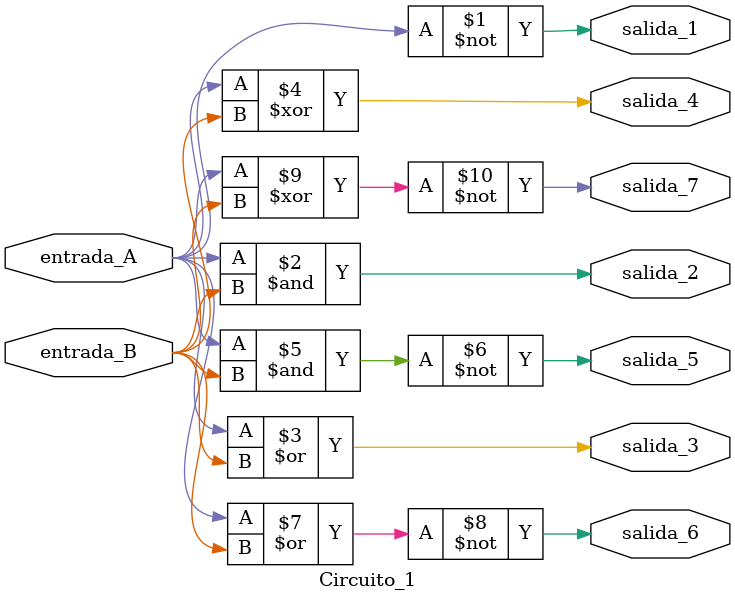
<source format=v>
/*
 * Definición del Módulo
 * - entradas y salidas
 */
module Circuito_1(
                  input  entrada_A, input entrada_B,
                  output salida_1, output salida_2, output salida_3,
                  output salida_4, output salida_5, output salida_6,
                  output salida_7
                  );
/*
* Cuerpo del diseño
 *
 * las salidas
 * - van a la IZQUIERDA del operador de asignación `=`
 * - se pueden ESCRIBIR
 *
 * las entradas
 * - van a la DERECHA del operador de asignación `=`
 * - se pueden LEER
*/

   // genera un circuito con
   // - 1 compuerta NOT
   // - 1 entrada + 1 salida
   assign salida_1 = ~entrada_A;

   // genera un circuito con
   // - 1 compuerta AND
   // - 2 entradas + 1 salida
   assign salida_2 = entrada_A & entrada_B;

   // idem, pero con 1 compuerta OR
   assign salida_3 = entrada_A | entrada_B;

   // idem, pero con 1 compuerta XOR
   assign salida_4 = entrada_A ^ entrada_B;

   // idem, pero con 1 compuerta NAND
   assign salida_5 = ~(entrada_A & entrada_B);

   // idem, pero con 1 compuerta NOR
   assign salida_6 = ~(entrada_A | entrada_B);

   // idem, pero con 1 compuerta XNOR
   assign salida_7 = ~(entrada_A ^ entrada_B);

endmodule

</source>
